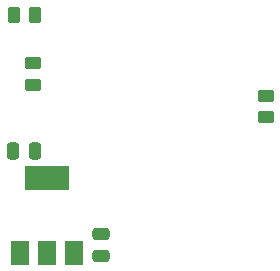
<source format=gtp>
G04 #@! TF.GenerationSoftware,KiCad,Pcbnew,(6.0.10-0)*
G04 #@! TF.CreationDate,2023-01-01T02:05:10-05:00*
G04 #@! TF.ProjectId,8CT-PowerMeter,3843542d-506f-4776-9572-4d657465722e,rev?*
G04 #@! TF.SameCoordinates,Original*
G04 #@! TF.FileFunction,Paste,Top*
G04 #@! TF.FilePolarity,Positive*
%FSLAX46Y46*%
G04 Gerber Fmt 4.6, Leading zero omitted, Abs format (unit mm)*
G04 Created by KiCad (PCBNEW (6.0.10-0)) date 2023-01-01 02:05:10*
%MOMM*%
%LPD*%
G01*
G04 APERTURE LIST*
G04 Aperture macros list*
%AMRoundRect*
0 Rectangle with rounded corners*
0 $1 Rounding radius*
0 $2 $3 $4 $5 $6 $7 $8 $9 X,Y pos of 4 corners*
0 Add a 4 corners polygon primitive as box body*
4,1,4,$2,$3,$4,$5,$6,$7,$8,$9,$2,$3,0*
0 Add four circle primitives for the rounded corners*
1,1,$1+$1,$2,$3*
1,1,$1+$1,$4,$5*
1,1,$1+$1,$6,$7*
1,1,$1+$1,$8,$9*
0 Add four rect primitives between the rounded corners*
20,1,$1+$1,$2,$3,$4,$5,0*
20,1,$1+$1,$4,$5,$6,$7,0*
20,1,$1+$1,$6,$7,$8,$9,0*
20,1,$1+$1,$8,$9,$2,$3,0*%
G04 Aperture macros list end*
%ADD10RoundRect,0.250000X0.250000X0.475000X-0.250000X0.475000X-0.250000X-0.475000X0.250000X-0.475000X0*%
%ADD11RoundRect,0.250000X-0.262500X-0.450000X0.262500X-0.450000X0.262500X0.450000X-0.262500X0.450000X0*%
%ADD12RoundRect,0.250000X0.450000X-0.262500X0.450000X0.262500X-0.450000X0.262500X-0.450000X-0.262500X0*%
%ADD13R,1.500000X2.000000*%
%ADD14R,3.800000X2.000000*%
%ADD15RoundRect,0.250000X0.475000X-0.250000X0.475000X0.250000X-0.475000X0.250000X-0.475000X-0.250000X0*%
G04 APERTURE END LIST*
D10*
X140200000Y-86300000D03*
X138300000Y-86300000D03*
D11*
X138387500Y-74800000D03*
X140212500Y-74800000D03*
D12*
X159718000Y-83487500D03*
X159718000Y-81662500D03*
X140000000Y-80712500D03*
X140000000Y-78887500D03*
D13*
X138900000Y-94950000D03*
D14*
X141200000Y-88650000D03*
D13*
X141200000Y-94950000D03*
X143500000Y-94950000D03*
D15*
X145800000Y-95250000D03*
X145800000Y-93350000D03*
M02*

</source>
